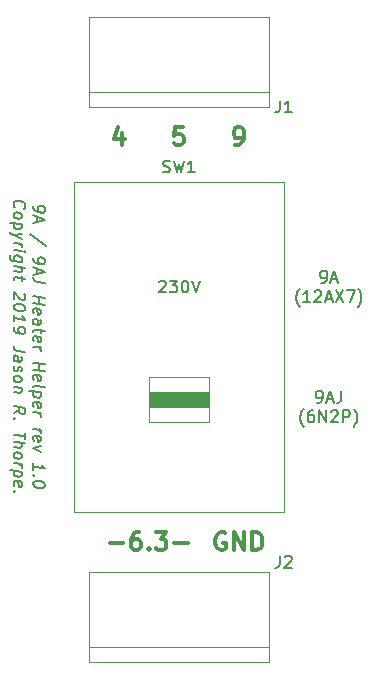
<source format=gbr>
G04 #@! TF.GenerationSoftware,KiCad,Pcbnew,(5.1.4-0-10_14)*
G04 #@! TF.CreationDate,2019-09-21T10:22:50-07:00*
G04 #@! TF.ProjectId,9A_9AJ_Heater_Helper,39415f39-414a-45f4-9865-617465725f48,1.0*
G04 #@! TF.SameCoordinates,Original*
G04 #@! TF.FileFunction,Legend,Top*
G04 #@! TF.FilePolarity,Positive*
%FSLAX46Y46*%
G04 Gerber Fmt 4.6, Leading zero omitted, Abs format (unit mm)*
G04 Created by KiCad (PCBNEW (5.1.4-0-10_14)) date 2019-09-21 10:22:50*
%MOMM*%
%LPD*%
G04 APERTURE LIST*
%ADD10C,0.150000*%
%ADD11C,0.300000*%
%ADD12C,0.120000*%
%ADD13C,0.100000*%
G04 APERTURE END LIST*
D10*
X129912619Y-85832872D02*
X129912619Y-86023348D01*
X129960238Y-86124538D01*
X130007857Y-86178110D01*
X130150714Y-86291205D01*
X130341190Y-86362633D01*
X130722142Y-86410252D01*
X130817380Y-86374538D01*
X130865000Y-86332872D01*
X130912619Y-86243586D01*
X130912619Y-86053110D01*
X130865000Y-85951919D01*
X130817380Y-85898348D01*
X130722142Y-85838824D01*
X130484047Y-85809062D01*
X130388809Y-85844776D01*
X130341190Y-85886443D01*
X130293571Y-85975729D01*
X130293571Y-86166205D01*
X130341190Y-86267395D01*
X130388809Y-86320967D01*
X130484047Y-86380491D01*
X130198333Y-86725729D02*
X130198333Y-87201919D01*
X129912619Y-86594776D02*
X130912619Y-87053110D01*
X129912619Y-87261443D01*
X130960238Y-89201919D02*
X129674523Y-88184062D01*
X129912619Y-90213824D02*
X129912619Y-90404300D01*
X129960238Y-90505491D01*
X130007857Y-90559062D01*
X130150714Y-90672157D01*
X130341190Y-90743586D01*
X130722142Y-90791205D01*
X130817380Y-90755491D01*
X130865000Y-90713824D01*
X130912619Y-90624538D01*
X130912619Y-90434062D01*
X130865000Y-90332872D01*
X130817380Y-90279300D01*
X130722142Y-90219776D01*
X130484047Y-90190014D01*
X130388809Y-90225729D01*
X130341190Y-90267395D01*
X130293571Y-90356681D01*
X130293571Y-90547157D01*
X130341190Y-90648348D01*
X130388809Y-90701919D01*
X130484047Y-90761443D01*
X130198333Y-91106681D02*
X130198333Y-91582872D01*
X129912619Y-90975729D02*
X130912619Y-91434062D01*
X129912619Y-91642395D01*
X130912619Y-92386443D02*
X130198333Y-92297157D01*
X130055476Y-92231681D01*
X129960238Y-92124538D01*
X129912619Y-91975729D01*
X129912619Y-91880491D01*
X129912619Y-93499538D02*
X130912619Y-93624538D01*
X130436428Y-93565014D02*
X130436428Y-94136443D01*
X129912619Y-94070967D02*
X130912619Y-94195967D01*
X129960238Y-94934062D02*
X129912619Y-94832872D01*
X129912619Y-94642395D01*
X129960238Y-94553110D01*
X130055476Y-94517395D01*
X130436428Y-94565014D01*
X130531666Y-94624538D01*
X130579285Y-94725729D01*
X130579285Y-94916205D01*
X130531666Y-95005491D01*
X130436428Y-95041205D01*
X130341190Y-95029300D01*
X130245952Y-94541205D01*
X129912619Y-95832872D02*
X130436428Y-95898348D01*
X130531666Y-95862633D01*
X130579285Y-95773348D01*
X130579285Y-95582872D01*
X130531666Y-95481681D01*
X129960238Y-95838824D02*
X129912619Y-95737633D01*
X129912619Y-95499538D01*
X129960238Y-95410252D01*
X130055476Y-95374538D01*
X130150714Y-95386443D01*
X130245952Y-95445967D01*
X130293571Y-95547157D01*
X130293571Y-95785252D01*
X130341190Y-95886443D01*
X130579285Y-96249538D02*
X130579285Y-96630491D01*
X130912619Y-96434062D02*
X130055476Y-96326919D01*
X129960238Y-96362633D01*
X129912619Y-96451919D01*
X129912619Y-96547157D01*
X129960238Y-97267395D02*
X129912619Y-97166205D01*
X129912619Y-96975729D01*
X129960238Y-96886443D01*
X130055476Y-96850729D01*
X130436428Y-96898348D01*
X130531666Y-96957872D01*
X130579285Y-97059062D01*
X130579285Y-97249538D01*
X130531666Y-97338824D01*
X130436428Y-97374538D01*
X130341190Y-97362633D01*
X130245952Y-96874538D01*
X129912619Y-97737633D02*
X130579285Y-97820967D01*
X130388809Y-97797157D02*
X130484047Y-97856681D01*
X130531666Y-97910252D01*
X130579285Y-98011443D01*
X130579285Y-98106681D01*
X129912619Y-99118586D02*
X130912619Y-99243586D01*
X130436428Y-99184062D02*
X130436428Y-99755491D01*
X129912619Y-99690014D02*
X130912619Y-99815014D01*
X129960238Y-100553110D02*
X129912619Y-100451919D01*
X129912619Y-100261443D01*
X129960238Y-100172157D01*
X130055476Y-100136443D01*
X130436428Y-100184062D01*
X130531666Y-100243586D01*
X130579285Y-100344776D01*
X130579285Y-100535252D01*
X130531666Y-100624538D01*
X130436428Y-100660252D01*
X130341190Y-100648348D01*
X130245952Y-100160252D01*
X129912619Y-101166205D02*
X129960238Y-101076919D01*
X130055476Y-101041205D01*
X130912619Y-101148348D01*
X130579285Y-101630491D02*
X129579285Y-101505491D01*
X130531666Y-101624538D02*
X130579285Y-101725729D01*
X130579285Y-101916205D01*
X130531666Y-102005491D01*
X130484047Y-102047157D01*
X130388809Y-102082872D01*
X130103095Y-102047157D01*
X130007857Y-101987633D01*
X129960238Y-101934062D01*
X129912619Y-101832872D01*
X129912619Y-101642395D01*
X129960238Y-101553110D01*
X129960238Y-102838824D02*
X129912619Y-102737633D01*
X129912619Y-102547157D01*
X129960238Y-102457872D01*
X130055476Y-102422157D01*
X130436428Y-102469776D01*
X130531666Y-102529300D01*
X130579285Y-102630491D01*
X130579285Y-102820967D01*
X130531666Y-102910252D01*
X130436428Y-102945967D01*
X130341190Y-102934062D01*
X130245952Y-102445967D01*
X129912619Y-103309062D02*
X130579285Y-103392395D01*
X130388809Y-103368586D02*
X130484047Y-103428110D01*
X130531666Y-103481681D01*
X130579285Y-103582872D01*
X130579285Y-103678110D01*
X129912619Y-104690014D02*
X130579285Y-104773348D01*
X130388809Y-104749538D02*
X130484047Y-104809062D01*
X130531666Y-104862633D01*
X130579285Y-104963824D01*
X130579285Y-105059062D01*
X129960238Y-105695967D02*
X129912619Y-105594776D01*
X129912619Y-105404300D01*
X129960238Y-105315014D01*
X130055476Y-105279300D01*
X130436428Y-105326919D01*
X130531666Y-105386443D01*
X130579285Y-105487633D01*
X130579285Y-105678110D01*
X130531666Y-105767395D01*
X130436428Y-105803110D01*
X130341190Y-105791205D01*
X130245952Y-105303110D01*
X130579285Y-106154300D02*
X129912619Y-106309062D01*
X130579285Y-106630491D01*
X129912619Y-108213824D02*
X129912619Y-107642395D01*
X129912619Y-107928110D02*
X130912619Y-108053110D01*
X130769761Y-107940014D01*
X130674523Y-107832872D01*
X130626904Y-107731681D01*
X130007857Y-108654300D02*
X129960238Y-108695967D01*
X129912619Y-108642395D01*
X129960238Y-108600729D01*
X130007857Y-108654300D01*
X129912619Y-108642395D01*
X130912619Y-109434062D02*
X130912619Y-109529300D01*
X130865000Y-109618586D01*
X130817380Y-109660252D01*
X130722142Y-109695967D01*
X130531666Y-109719776D01*
X130293571Y-109690014D01*
X130103095Y-109618586D01*
X130007857Y-109559062D01*
X129960238Y-109505491D01*
X129912619Y-109404300D01*
X129912619Y-109309062D01*
X129960238Y-109219776D01*
X130007857Y-109178110D01*
X130103095Y-109142395D01*
X130293571Y-109118586D01*
X130531666Y-109148348D01*
X130722142Y-109219776D01*
X130817380Y-109279300D01*
X130865000Y-109332872D01*
X130912619Y-109434062D01*
X128357857Y-85963824D02*
X128310238Y-85910252D01*
X128262619Y-85761443D01*
X128262619Y-85666205D01*
X128310238Y-85529300D01*
X128405476Y-85445967D01*
X128500714Y-85410252D01*
X128691190Y-85386443D01*
X128834047Y-85404300D01*
X129024523Y-85475729D01*
X129119761Y-85535252D01*
X129215000Y-85642395D01*
X129262619Y-85791205D01*
X129262619Y-85886443D01*
X129215000Y-86023348D01*
X129167380Y-86065014D01*
X128262619Y-86523348D02*
X128310238Y-86434062D01*
X128357857Y-86392395D01*
X128453095Y-86356681D01*
X128738809Y-86392395D01*
X128834047Y-86451919D01*
X128881666Y-86505491D01*
X128929285Y-86606681D01*
X128929285Y-86749538D01*
X128881666Y-86838824D01*
X128834047Y-86880491D01*
X128738809Y-86916205D01*
X128453095Y-86880491D01*
X128357857Y-86820967D01*
X128310238Y-86767395D01*
X128262619Y-86666205D01*
X128262619Y-86523348D01*
X128929285Y-87368586D02*
X127929285Y-87243586D01*
X128881666Y-87362633D02*
X128929285Y-87463824D01*
X128929285Y-87654300D01*
X128881666Y-87743586D01*
X128834047Y-87785252D01*
X128738809Y-87820967D01*
X128453095Y-87785252D01*
X128357857Y-87725729D01*
X128310238Y-87672157D01*
X128262619Y-87570967D01*
X128262619Y-87380491D01*
X128310238Y-87291205D01*
X128929285Y-88178110D02*
X128262619Y-88332872D01*
X128929285Y-88654300D02*
X128262619Y-88332872D01*
X128024523Y-88207872D01*
X127976904Y-88154300D01*
X127929285Y-88053110D01*
X128262619Y-88951919D02*
X128929285Y-89035252D01*
X128738809Y-89011443D02*
X128834047Y-89070967D01*
X128881666Y-89124538D01*
X128929285Y-89225729D01*
X128929285Y-89320967D01*
X128262619Y-89570967D02*
X128929285Y-89654300D01*
X129262619Y-89695967D02*
X129215000Y-89642395D01*
X129167380Y-89684062D01*
X129215000Y-89737633D01*
X129262619Y-89695967D01*
X129167380Y-89684062D01*
X128929285Y-90559062D02*
X128119761Y-90457872D01*
X128024523Y-90398348D01*
X127976904Y-90344776D01*
X127929285Y-90243586D01*
X127929285Y-90100729D01*
X127976904Y-90011443D01*
X128310238Y-90481681D02*
X128262619Y-90380491D01*
X128262619Y-90190014D01*
X128310238Y-90100729D01*
X128357857Y-90059062D01*
X128453095Y-90023348D01*
X128738809Y-90059062D01*
X128834047Y-90118586D01*
X128881666Y-90172157D01*
X128929285Y-90273348D01*
X128929285Y-90463824D01*
X128881666Y-90553110D01*
X128262619Y-90951919D02*
X129262619Y-91076919D01*
X128262619Y-91380491D02*
X128786428Y-91445967D01*
X128881666Y-91410252D01*
X128929285Y-91320967D01*
X128929285Y-91178110D01*
X128881666Y-91076919D01*
X128834047Y-91023348D01*
X128929285Y-91797157D02*
X128929285Y-92178110D01*
X129262619Y-91981681D02*
X128405476Y-91874538D01*
X128310238Y-91910252D01*
X128262619Y-91999538D01*
X128262619Y-92094776D01*
X129167380Y-93255491D02*
X129215000Y-93309062D01*
X129262619Y-93410252D01*
X129262619Y-93648348D01*
X129215000Y-93737633D01*
X129167380Y-93779300D01*
X129072142Y-93815014D01*
X128976904Y-93803110D01*
X128834047Y-93737633D01*
X128262619Y-93094776D01*
X128262619Y-93713824D01*
X129262619Y-94457872D02*
X129262619Y-94553110D01*
X129215000Y-94642395D01*
X129167380Y-94684062D01*
X129072142Y-94719776D01*
X128881666Y-94743586D01*
X128643571Y-94713824D01*
X128453095Y-94642395D01*
X128357857Y-94582872D01*
X128310238Y-94529300D01*
X128262619Y-94428110D01*
X128262619Y-94332872D01*
X128310238Y-94243586D01*
X128357857Y-94201919D01*
X128453095Y-94166205D01*
X128643571Y-94142395D01*
X128881666Y-94172157D01*
X129072142Y-94243586D01*
X129167380Y-94303110D01*
X129215000Y-94356681D01*
X129262619Y-94457872D01*
X128262619Y-95618586D02*
X128262619Y-95047157D01*
X128262619Y-95332872D02*
X129262619Y-95457872D01*
X129119761Y-95344776D01*
X129024523Y-95237633D01*
X128976904Y-95136443D01*
X128262619Y-96094776D02*
X128262619Y-96285252D01*
X128310238Y-96386443D01*
X128357857Y-96440014D01*
X128500714Y-96553110D01*
X128691190Y-96624538D01*
X129072142Y-96672157D01*
X129167380Y-96636443D01*
X129215000Y-96594776D01*
X129262619Y-96505491D01*
X129262619Y-96315014D01*
X129215000Y-96213824D01*
X129167380Y-96160252D01*
X129072142Y-96100729D01*
X128834047Y-96070967D01*
X128738809Y-96106681D01*
X128691190Y-96148348D01*
X128643571Y-96237633D01*
X128643571Y-96428110D01*
X128691190Y-96529300D01*
X128738809Y-96582872D01*
X128834047Y-96642395D01*
X129262619Y-98172157D02*
X128548333Y-98082872D01*
X128405476Y-98017395D01*
X128310238Y-97910252D01*
X128262619Y-97761443D01*
X128262619Y-97666205D01*
X128262619Y-98951919D02*
X128786428Y-99017395D01*
X128881666Y-98981681D01*
X128929285Y-98892395D01*
X128929285Y-98701919D01*
X128881666Y-98600729D01*
X128310238Y-98957872D02*
X128262619Y-98856681D01*
X128262619Y-98618586D01*
X128310238Y-98529300D01*
X128405476Y-98493586D01*
X128500714Y-98505491D01*
X128595952Y-98565014D01*
X128643571Y-98666205D01*
X128643571Y-98904300D01*
X128691190Y-99005491D01*
X128310238Y-99386443D02*
X128262619Y-99475729D01*
X128262619Y-99666205D01*
X128310238Y-99767395D01*
X128405476Y-99826919D01*
X128453095Y-99832872D01*
X128548333Y-99797157D01*
X128595952Y-99707872D01*
X128595952Y-99565014D01*
X128643571Y-99475729D01*
X128738809Y-99440014D01*
X128786428Y-99445967D01*
X128881666Y-99505491D01*
X128929285Y-99606681D01*
X128929285Y-99749538D01*
X128881666Y-99838824D01*
X128262619Y-100380491D02*
X128310238Y-100291205D01*
X128357857Y-100249538D01*
X128453095Y-100213824D01*
X128738809Y-100249538D01*
X128834047Y-100309062D01*
X128881666Y-100362633D01*
X128929285Y-100463824D01*
X128929285Y-100606681D01*
X128881666Y-100695967D01*
X128834047Y-100737633D01*
X128738809Y-100773348D01*
X128453095Y-100737633D01*
X128357857Y-100678110D01*
X128310238Y-100624538D01*
X128262619Y-100523348D01*
X128262619Y-100380491D01*
X128929285Y-101225729D02*
X128262619Y-101142395D01*
X128834047Y-101213824D02*
X128881666Y-101267395D01*
X128929285Y-101368586D01*
X128929285Y-101511443D01*
X128881666Y-101600729D01*
X128786428Y-101636443D01*
X128262619Y-101570967D01*
X128262619Y-103380491D02*
X128738809Y-103106681D01*
X128262619Y-102809062D02*
X129262619Y-102934062D01*
X129262619Y-103315014D01*
X129215000Y-103404300D01*
X129167380Y-103445967D01*
X129072142Y-103481681D01*
X128929285Y-103463824D01*
X128834047Y-103404300D01*
X128786428Y-103350729D01*
X128738809Y-103249538D01*
X128738809Y-102868586D01*
X128357857Y-103820967D02*
X128310238Y-103862633D01*
X128262619Y-103809062D01*
X128310238Y-103767395D01*
X128357857Y-103820967D01*
X128262619Y-103809062D01*
X129262619Y-105029300D02*
X129262619Y-105600729D01*
X128262619Y-105190014D02*
X129262619Y-105315014D01*
X128262619Y-105809062D02*
X129262619Y-105934062D01*
X128262619Y-106237633D02*
X128786428Y-106303110D01*
X128881666Y-106267395D01*
X128929285Y-106178110D01*
X128929285Y-106035252D01*
X128881666Y-105934062D01*
X128834047Y-105880491D01*
X128262619Y-106856681D02*
X128310238Y-106767395D01*
X128357857Y-106725729D01*
X128453095Y-106690014D01*
X128738809Y-106725729D01*
X128834047Y-106785252D01*
X128881666Y-106838824D01*
X128929285Y-106940014D01*
X128929285Y-107082872D01*
X128881666Y-107172157D01*
X128834047Y-107213824D01*
X128738809Y-107249538D01*
X128453095Y-107213824D01*
X128357857Y-107154300D01*
X128310238Y-107100729D01*
X128262619Y-106999538D01*
X128262619Y-106856681D01*
X128262619Y-107618586D02*
X128929285Y-107701919D01*
X128738809Y-107678110D02*
X128834047Y-107737633D01*
X128881666Y-107791205D01*
X128929285Y-107892395D01*
X128929285Y-107987633D01*
X128929285Y-108320967D02*
X127929285Y-108195967D01*
X128881666Y-108315014D02*
X128929285Y-108416205D01*
X128929285Y-108606681D01*
X128881666Y-108695967D01*
X128834047Y-108737633D01*
X128738809Y-108773348D01*
X128453095Y-108737633D01*
X128357857Y-108678110D01*
X128310238Y-108624538D01*
X128262619Y-108523348D01*
X128262619Y-108332872D01*
X128310238Y-108243586D01*
X128310238Y-109529300D02*
X128262619Y-109428110D01*
X128262619Y-109237633D01*
X128310238Y-109148348D01*
X128405476Y-109112633D01*
X128786428Y-109160252D01*
X128881666Y-109219776D01*
X128929285Y-109320967D01*
X128929285Y-109511443D01*
X128881666Y-109600729D01*
X128786428Y-109636443D01*
X128691190Y-109624538D01*
X128595952Y-109136443D01*
X128357857Y-110011443D02*
X128310238Y-110053110D01*
X128262619Y-109999538D01*
X128310238Y-109957872D01*
X128357857Y-110011443D01*
X128262619Y-109999538D01*
X154320952Y-92337380D02*
X154511428Y-92337380D01*
X154606666Y-92289761D01*
X154654285Y-92242142D01*
X154749523Y-92099285D01*
X154797142Y-91908809D01*
X154797142Y-91527857D01*
X154749523Y-91432619D01*
X154701904Y-91385000D01*
X154606666Y-91337380D01*
X154416190Y-91337380D01*
X154320952Y-91385000D01*
X154273333Y-91432619D01*
X154225714Y-91527857D01*
X154225714Y-91765952D01*
X154273333Y-91861190D01*
X154320952Y-91908809D01*
X154416190Y-91956428D01*
X154606666Y-91956428D01*
X154701904Y-91908809D01*
X154749523Y-91861190D01*
X154797142Y-91765952D01*
X155178095Y-92051666D02*
X155654285Y-92051666D01*
X155082857Y-92337380D02*
X155416190Y-91337380D01*
X155749523Y-92337380D01*
X152463809Y-94368333D02*
X152416190Y-94320714D01*
X152320952Y-94177857D01*
X152273333Y-94082619D01*
X152225714Y-93939761D01*
X152178095Y-93701666D01*
X152178095Y-93511190D01*
X152225714Y-93273095D01*
X152273333Y-93130238D01*
X152320952Y-93035000D01*
X152416190Y-92892142D01*
X152463809Y-92844523D01*
X153368571Y-93987380D02*
X152797142Y-93987380D01*
X153082857Y-93987380D02*
X153082857Y-92987380D01*
X152987619Y-93130238D01*
X152892380Y-93225476D01*
X152797142Y-93273095D01*
X153749523Y-93082619D02*
X153797142Y-93035000D01*
X153892380Y-92987380D01*
X154130476Y-92987380D01*
X154225714Y-93035000D01*
X154273333Y-93082619D01*
X154320952Y-93177857D01*
X154320952Y-93273095D01*
X154273333Y-93415952D01*
X153701904Y-93987380D01*
X154320952Y-93987380D01*
X154701904Y-93701666D02*
X155178095Y-93701666D01*
X154606666Y-93987380D02*
X154940000Y-92987380D01*
X155273333Y-93987380D01*
X155511428Y-92987380D02*
X156178095Y-93987380D01*
X156178095Y-92987380D02*
X155511428Y-93987380D01*
X156463809Y-92987380D02*
X157130476Y-92987380D01*
X156701904Y-93987380D01*
X157416190Y-94368333D02*
X157463809Y-94320714D01*
X157559047Y-94177857D01*
X157606666Y-94082619D01*
X157654285Y-93939761D01*
X157701904Y-93701666D01*
X157701904Y-93511190D01*
X157654285Y-93273095D01*
X157606666Y-93130238D01*
X157559047Y-93035000D01*
X157463809Y-92892142D01*
X157416190Y-92844523D01*
X153940000Y-102497380D02*
X154130476Y-102497380D01*
X154225714Y-102449761D01*
X154273333Y-102402142D01*
X154368571Y-102259285D01*
X154416190Y-102068809D01*
X154416190Y-101687857D01*
X154368571Y-101592619D01*
X154320952Y-101545000D01*
X154225714Y-101497380D01*
X154035238Y-101497380D01*
X153940000Y-101545000D01*
X153892380Y-101592619D01*
X153844761Y-101687857D01*
X153844761Y-101925952D01*
X153892380Y-102021190D01*
X153940000Y-102068809D01*
X154035238Y-102116428D01*
X154225714Y-102116428D01*
X154320952Y-102068809D01*
X154368571Y-102021190D01*
X154416190Y-101925952D01*
X154797142Y-102211666D02*
X155273333Y-102211666D01*
X154701904Y-102497380D02*
X155035238Y-101497380D01*
X155368571Y-102497380D01*
X155987619Y-101497380D02*
X155987619Y-102211666D01*
X155940000Y-102354523D01*
X155844761Y-102449761D01*
X155701904Y-102497380D01*
X155606666Y-102497380D01*
X152820952Y-104528333D02*
X152773333Y-104480714D01*
X152678095Y-104337857D01*
X152630476Y-104242619D01*
X152582857Y-104099761D01*
X152535238Y-103861666D01*
X152535238Y-103671190D01*
X152582857Y-103433095D01*
X152630476Y-103290238D01*
X152678095Y-103195000D01*
X152773333Y-103052142D01*
X152820952Y-103004523D01*
X153630476Y-103147380D02*
X153440000Y-103147380D01*
X153344761Y-103195000D01*
X153297142Y-103242619D01*
X153201904Y-103385476D01*
X153154285Y-103575952D01*
X153154285Y-103956904D01*
X153201904Y-104052142D01*
X153249523Y-104099761D01*
X153344761Y-104147380D01*
X153535238Y-104147380D01*
X153630476Y-104099761D01*
X153678095Y-104052142D01*
X153725714Y-103956904D01*
X153725714Y-103718809D01*
X153678095Y-103623571D01*
X153630476Y-103575952D01*
X153535238Y-103528333D01*
X153344761Y-103528333D01*
X153249523Y-103575952D01*
X153201904Y-103623571D01*
X153154285Y-103718809D01*
X154154285Y-104147380D02*
X154154285Y-103147380D01*
X154725714Y-104147380D01*
X154725714Y-103147380D01*
X155154285Y-103242619D02*
X155201904Y-103195000D01*
X155297142Y-103147380D01*
X155535238Y-103147380D01*
X155630476Y-103195000D01*
X155678095Y-103242619D01*
X155725714Y-103337857D01*
X155725714Y-103433095D01*
X155678095Y-103575952D01*
X155106666Y-104147380D01*
X155725714Y-104147380D01*
X156154285Y-104147380D02*
X156154285Y-103147380D01*
X156535238Y-103147380D01*
X156630476Y-103195000D01*
X156678095Y-103242619D01*
X156725714Y-103337857D01*
X156725714Y-103480714D01*
X156678095Y-103575952D01*
X156630476Y-103623571D01*
X156535238Y-103671190D01*
X156154285Y-103671190D01*
X157059047Y-104528333D02*
X157106666Y-104480714D01*
X157201904Y-104337857D01*
X157249523Y-104242619D01*
X157297142Y-104099761D01*
X157344761Y-103861666D01*
X157344761Y-103671190D01*
X157297142Y-103433095D01*
X157249523Y-103290238D01*
X157201904Y-103195000D01*
X157106666Y-103052142D01*
X157059047Y-103004523D01*
D11*
X146177142Y-113550000D02*
X146034285Y-113478571D01*
X145820000Y-113478571D01*
X145605714Y-113550000D01*
X145462857Y-113692857D01*
X145391428Y-113835714D01*
X145320000Y-114121428D01*
X145320000Y-114335714D01*
X145391428Y-114621428D01*
X145462857Y-114764285D01*
X145605714Y-114907142D01*
X145820000Y-114978571D01*
X145962857Y-114978571D01*
X146177142Y-114907142D01*
X146248571Y-114835714D01*
X146248571Y-114335714D01*
X145962857Y-114335714D01*
X146891428Y-114978571D02*
X146891428Y-113478571D01*
X147748571Y-114978571D01*
X147748571Y-113478571D01*
X148462857Y-114978571D02*
X148462857Y-113478571D01*
X148820000Y-113478571D01*
X149034285Y-113550000D01*
X149177142Y-113692857D01*
X149248571Y-113835714D01*
X149320000Y-114121428D01*
X149320000Y-114335714D01*
X149248571Y-114621428D01*
X149177142Y-114764285D01*
X149034285Y-114907142D01*
X148820000Y-114978571D01*
X148462857Y-114978571D01*
X136414285Y-114407142D02*
X137557142Y-114407142D01*
X138914285Y-113478571D02*
X138628571Y-113478571D01*
X138485714Y-113550000D01*
X138414285Y-113621428D01*
X138271428Y-113835714D01*
X138200000Y-114121428D01*
X138200000Y-114692857D01*
X138271428Y-114835714D01*
X138342857Y-114907142D01*
X138485714Y-114978571D01*
X138771428Y-114978571D01*
X138914285Y-114907142D01*
X138985714Y-114835714D01*
X139057142Y-114692857D01*
X139057142Y-114335714D01*
X138985714Y-114192857D01*
X138914285Y-114121428D01*
X138771428Y-114050000D01*
X138485714Y-114050000D01*
X138342857Y-114121428D01*
X138271428Y-114192857D01*
X138200000Y-114335714D01*
X139700000Y-114835714D02*
X139771428Y-114907142D01*
X139700000Y-114978571D01*
X139628571Y-114907142D01*
X139700000Y-114835714D01*
X139700000Y-114978571D01*
X140271428Y-113478571D02*
X141200000Y-113478571D01*
X140700000Y-114050000D01*
X140914285Y-114050000D01*
X141057142Y-114121428D01*
X141128571Y-114192857D01*
X141200000Y-114335714D01*
X141200000Y-114692857D01*
X141128571Y-114835714D01*
X141057142Y-114907142D01*
X140914285Y-114978571D01*
X140485714Y-114978571D01*
X140342857Y-114907142D01*
X140271428Y-114835714D01*
X141842857Y-114407142D02*
X142985714Y-114407142D01*
X147034285Y-80688571D02*
X147320000Y-80688571D01*
X147462857Y-80617142D01*
X147534285Y-80545714D01*
X147677142Y-80331428D01*
X147748571Y-80045714D01*
X147748571Y-79474285D01*
X147677142Y-79331428D01*
X147605714Y-79260000D01*
X147462857Y-79188571D01*
X147177142Y-79188571D01*
X147034285Y-79260000D01*
X146962857Y-79331428D01*
X146891428Y-79474285D01*
X146891428Y-79831428D01*
X146962857Y-79974285D01*
X147034285Y-80045714D01*
X147177142Y-80117142D01*
X147462857Y-80117142D01*
X147605714Y-80045714D01*
X147677142Y-79974285D01*
X147748571Y-79831428D01*
X142597142Y-79188571D02*
X141882857Y-79188571D01*
X141811428Y-79902857D01*
X141882857Y-79831428D01*
X142025714Y-79760000D01*
X142382857Y-79760000D01*
X142525714Y-79831428D01*
X142597142Y-79902857D01*
X142668571Y-80045714D01*
X142668571Y-80402857D01*
X142597142Y-80545714D01*
X142525714Y-80617142D01*
X142382857Y-80688571D01*
X142025714Y-80688571D01*
X141882857Y-80617142D01*
X141811428Y-80545714D01*
X137445714Y-79688571D02*
X137445714Y-80688571D01*
X137088571Y-79117142D02*
X136731428Y-80188571D01*
X137660000Y-80188571D01*
D12*
X151130000Y-97790000D02*
X151130000Y-83820000D01*
X151130000Y-97790000D02*
X151130000Y-111760000D01*
X133350000Y-97790000D02*
X133350000Y-111760000D01*
X133350000Y-97790000D02*
X133350000Y-83820000D01*
X133350000Y-83820000D02*
X151130000Y-83820000D01*
X133350000Y-111760000D02*
X151130000Y-111760000D01*
X139700000Y-104140000D02*
X144780000Y-104140000D01*
X144780000Y-104140000D02*
X144780000Y-100330000D01*
X144780000Y-100330000D02*
X139700000Y-100330000D01*
X139700000Y-100330000D02*
X139700000Y-104140000D01*
D13*
G36*
X139700000Y-101600000D02*
G01*
X144780000Y-101600000D01*
X144780000Y-102870000D01*
X139700000Y-102870000D01*
X139700000Y-101600000D01*
G37*
X139700000Y-101600000D02*
X144780000Y-101600000D01*
X144780000Y-102870000D01*
X139700000Y-102870000D01*
X139700000Y-101600000D01*
D12*
X134620000Y-77470000D02*
X149860000Y-77470000D01*
X134620000Y-69850000D02*
X149860000Y-69850000D01*
X134620000Y-76200000D02*
X149860000Y-76200000D01*
X149860000Y-77470000D02*
X149860000Y-69850000D01*
X134620000Y-77470000D02*
X134620000Y-69850000D01*
X134620000Y-124460000D02*
X134620000Y-116840000D01*
X149860000Y-124460000D02*
X149860000Y-116840000D01*
X134620000Y-123190000D02*
X149860000Y-123190000D01*
X134620000Y-116840000D02*
X149860000Y-116840000D01*
X134620000Y-124460000D02*
X149860000Y-124460000D01*
D10*
X140906666Y-82954761D02*
X141049523Y-83002380D01*
X141287619Y-83002380D01*
X141382857Y-82954761D01*
X141430476Y-82907142D01*
X141478095Y-82811904D01*
X141478095Y-82716666D01*
X141430476Y-82621428D01*
X141382857Y-82573809D01*
X141287619Y-82526190D01*
X141097142Y-82478571D01*
X141001904Y-82430952D01*
X140954285Y-82383333D01*
X140906666Y-82288095D01*
X140906666Y-82192857D01*
X140954285Y-82097619D01*
X141001904Y-82050000D01*
X141097142Y-82002380D01*
X141335238Y-82002380D01*
X141478095Y-82050000D01*
X141811428Y-82002380D02*
X142049523Y-83002380D01*
X142240000Y-82288095D01*
X142430476Y-83002380D01*
X142668571Y-82002380D01*
X143573333Y-83002380D02*
X143001904Y-83002380D01*
X143287619Y-83002380D02*
X143287619Y-82002380D01*
X143192380Y-82145238D01*
X143097142Y-82240476D01*
X143001904Y-82288095D01*
X140573333Y-92257619D02*
X140620952Y-92210000D01*
X140716190Y-92162380D01*
X140954285Y-92162380D01*
X141049523Y-92210000D01*
X141097142Y-92257619D01*
X141144761Y-92352857D01*
X141144761Y-92448095D01*
X141097142Y-92590952D01*
X140525714Y-93162380D01*
X141144761Y-93162380D01*
X141478095Y-92162380D02*
X142097142Y-92162380D01*
X141763809Y-92543333D01*
X141906666Y-92543333D01*
X142001904Y-92590952D01*
X142049523Y-92638571D01*
X142097142Y-92733809D01*
X142097142Y-92971904D01*
X142049523Y-93067142D01*
X142001904Y-93114761D01*
X141906666Y-93162380D01*
X141620952Y-93162380D01*
X141525714Y-93114761D01*
X141478095Y-93067142D01*
X142716190Y-92162380D02*
X142811428Y-92162380D01*
X142906666Y-92210000D01*
X142954285Y-92257619D01*
X143001904Y-92352857D01*
X143049523Y-92543333D01*
X143049523Y-92781428D01*
X143001904Y-92971904D01*
X142954285Y-93067142D01*
X142906666Y-93114761D01*
X142811428Y-93162380D01*
X142716190Y-93162380D01*
X142620952Y-93114761D01*
X142573333Y-93067142D01*
X142525714Y-92971904D01*
X142478095Y-92781428D01*
X142478095Y-92543333D01*
X142525714Y-92352857D01*
X142573333Y-92257619D01*
X142620952Y-92210000D01*
X142716190Y-92162380D01*
X143335238Y-92162380D02*
X143668571Y-93162380D01*
X144001904Y-92162380D01*
X150796666Y-76922380D02*
X150796666Y-77636666D01*
X150749047Y-77779523D01*
X150653809Y-77874761D01*
X150510952Y-77922380D01*
X150415714Y-77922380D01*
X151796666Y-77922380D02*
X151225238Y-77922380D01*
X151510952Y-77922380D02*
X151510952Y-76922380D01*
X151415714Y-77065238D01*
X151320476Y-77160476D01*
X151225238Y-77208095D01*
X150796666Y-115452380D02*
X150796666Y-116166666D01*
X150749047Y-116309523D01*
X150653809Y-116404761D01*
X150510952Y-116452380D01*
X150415714Y-116452380D01*
X151225238Y-115547619D02*
X151272857Y-115500000D01*
X151368095Y-115452380D01*
X151606190Y-115452380D01*
X151701428Y-115500000D01*
X151749047Y-115547619D01*
X151796666Y-115642857D01*
X151796666Y-115738095D01*
X151749047Y-115880952D01*
X151177619Y-116452380D01*
X151796666Y-116452380D01*
M02*

</source>
